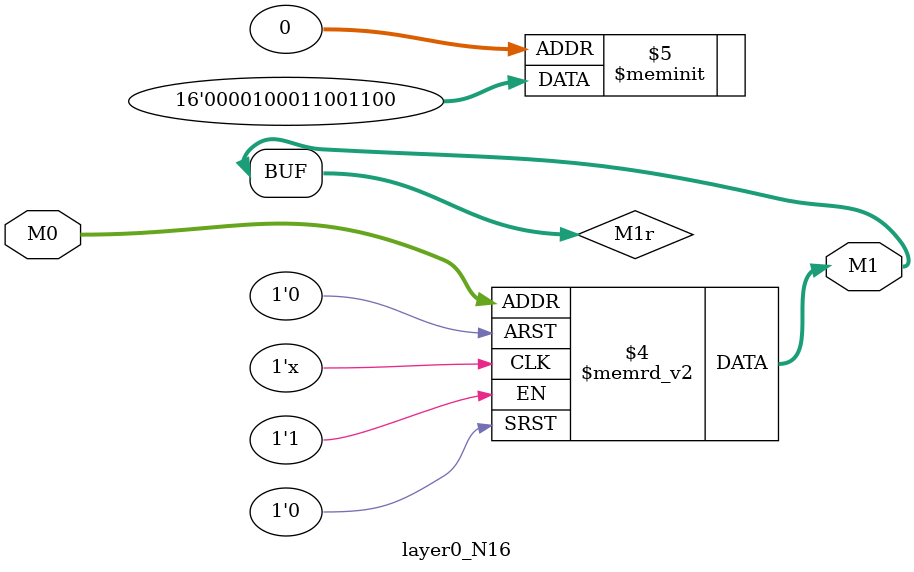
<source format=v>
module layer0_N16 ( input [2:0] M0, output [1:0] M1 );

	(*rom_style = "distributed" *) reg [1:0] M1r;
	assign M1 = M1r;
	always @ (M0) begin
		case (M0)
			3'b000: M1r = 2'b00;
			3'b100: M1r = 2'b00;
			3'b010: M1r = 2'b00;
			3'b110: M1r = 2'b00;
			3'b001: M1r = 2'b11;
			3'b101: M1r = 2'b10;
			3'b011: M1r = 2'b11;
			3'b111: M1r = 2'b00;

		endcase
	end
endmodule

</source>
